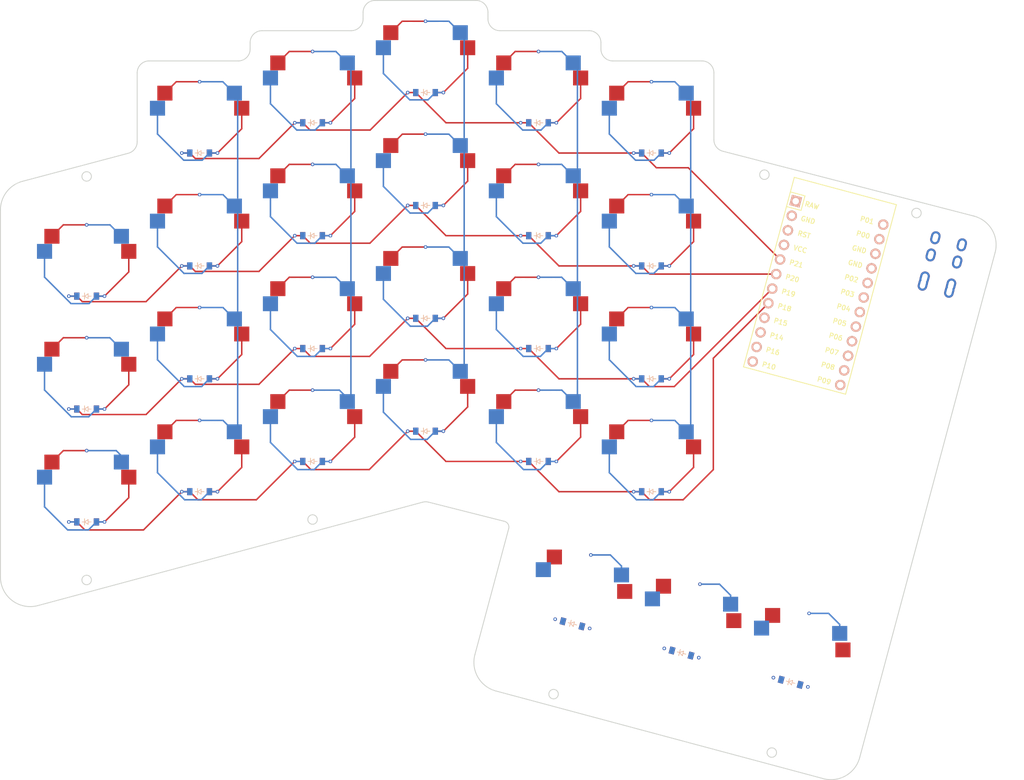
<source format=kicad_pcb>
(kicad_pcb (version 20211014) (generator pcbnew)
  (title_block (title "chevron-split") (rev "v1.0.0") (company "Unknown"))
  (layers (0 "F.Cu" signal) (31 "B.Cu" signal) (34 "B.Paste" user) (35 "F.Paste" user) (36 "B.SilkS" user "B.Silkscreen") (37 "F.SilkS" user "F.Silkscreen") (38 "B.Mask" user) (39 "F.Mask" user) (44 "Edge.Cuts" user))
  (net 0 "")
  (net 1 "outer_lower")
  (net 2 "P4")
  (net 3 "P18")
  (net 4 "outer_home")
  (net 5 "P19")
  (net 6 "outer_upper")
  (net 7 "P20")
  (net 8 "pinky_lower")
  (net 9 "pinky_home")
  (net 10 "pinky_upper")
  (net 11 "pinky_number")
  (net 12 "P21")
  (net 13 "ring_lower")
  (net 14 "P5")
  (net 15 "ring_home")
  (net 16 "ring_upper")
  (net 17 "ring_number")
  (net 18 "middle_lower")
  (net 19 "P6")
  (net 20 "middle_home")
  (net 21 "middle_upper")
  (net 22 "middle_number")
  (net 23 "index_lower")
  (net 24 "P7")
  (net 25 "index_home")
  (net 26 "index_upper")
  (net 27 "index_number")
  (net 28 "inner_lower")
  (net 29 "P8")
  (net 30 "inner_home")
  (net 31 "inner_upper")
  (net 32 "inner_number")
  (net 33 "near_thumb")
  (net 34 "P9")
  (net 35 "home_thumb")
  (net 36 "far_thumb")
  (net 37 "RAW")
  (net 38 "GND")
  (net 39 "RST")
  (net 40 "VCC")
  (net 41 "P15")
  (net 42 "P14")
  (net 43 "P16")
  (net 44 "P10")
  (net 45 "P1")
  (net 46 "P0")
  (net 47 "P2")
  (net 48 "P3")
  (footprint "VIA-0.6mm" (layer "F.Cu") (at 76 -55.1802)
    (fp_text reference "REF**" hide)
    (fp_text value "VIA-0.6mm" hide)
  )
  (footprint "VIA-0.6mm" (layer "F.Cu") (at 92 -0.0901)
    (fp_text reference "REF**" hide)
    (fp_text value "VIA-0.6mm" hide)
  )
  (footprint "VIA-0.6mm" (layer "F.Cu") (at 121.308864 32.76101 -15)
    (fp_text reference "REF**" hide)
    (fp_text value "VIA-0.6mm" hide)
  )
  (footprint "VIA-0.6mm" (layer "F.Cu") (at 16 -38.0901)
    (fp_text reference "REF**" hide)
    (fp_text value "VIA-0.6mm" hide)
  )
  (footprint "VIA-0.6mm" (layer "F.Cu") (at 121.516915 20.393443 -15)
    (fp_text reference "REF**" hide)
    (fp_text value "VIA-0.6mm" hide)
  )
  (footprint "VIA-0.6mm" (layer "F.Cu") (at 19 -69.0901)
    (fp_text reference "REF**" hide)
    (fp_text value "VIA-0.6mm" hide)
  )
  (footprint "ComboDiode" (layer "F.Cu") (at 38 -5.1802)
    (fp_text reference "D8" hide)
    (fp_text value "" hide)
  )
  (footprint "VIA-0.6mm" (layer "F.Cu") (at 38 -55.1802)
    (fp_text reference "REF**" hide)
    (fp_text value "VIA-0.6mm" hide)
  )
  (footprint "MX" (layer "F.Cu") (at 95 -62.0901)
    (fp_text reference "S23" hide)
    (fp_text value "" hide)
  )
  (footprint "MX" (layer "F.Cu") (at 57 -72.2703)
    (fp_text reference "S15" hide)
    (fp_text value "" hide)
  )
  (footprint "VIA-0.6mm" (layer "F.Cu") (at 3 -14)
    (fp_text reference "REF**" hide)
    (fp_text value "VIA-0.6mm" hide)
  )
  (footprint "VIA-0.6mm" (layer "F.Cu") (at 0 -26)
    (fp_text reference "REF**" hide)
    (fp_text value "VIA-0.6mm" hide)
  )
  (footprint "VIA-0.6mm" (layer "F.Cu") (at 54 -48.2703)
    (fp_text reference "REF**" hide)
    (fp_text value "VIA-0.6mm" hide)
  )
  (footprint "ComboDiode" (layer "F.Cu") (at 95 -19.0901)
    (fp_text reference "D21" hide)
    (fp_text value "" hide)
  )
  (footprint "VIA-0.6mm" (layer "F.Cu") (at 84.603682 22.925886 -15)
    (fp_text reference "REF**" hide)
    (fp_text value "VIA-0.6mm" hide)
  )
  (footprint "VIA-0.6mm" (layer "F.Cu") (at 19 -31.0901)
    (fp_text reference "REF**" hide)
    (fp_text value "VIA-0.6mm" hide)
  )
  (footprint "ComboDiode" (layer "F.Cu") (at 118.411086 31.984553 -15)
    (fp_text reference "D26" hide)
    (fp_text value "" hide)
  )
  (footprint "VIA-0.6mm" (layer "F.Cu") (at 3 -33)
    (fp_text reference "REF**" hide)
    (fp_text value "VIA-0.6mm" hide)
  )
  (footprint "MX" (layer "F.Cu") (at 19 -62.0901)
    (fp_text reference "S7" hide)
    (fp_text value "" hide)
  )
  (footprint "ComboDiode" (layer "F.Cu") (at 57 -10.2703)
    (fp_text reference "D12" hide)
    (fp_text value "" hide)
  )
  (footprint "ComboDiode" (layer "F.Cu") (at 19 -0.0901)
    (fp_text reference "D4" hide)
    (fp_text value "" hide)
  )
  (footprint "VIA-0.6mm" (layer "F.Cu") (at 35 -5.1802)
    (fp_text reference "REF**" hide)
    (fp_text value "VIA-0.6mm" hide)
  )
  (footprint "MX" (layer "F.Cu") (at 19 -5.0901)
    (fp_text reference "S4" hide)
    (fp_text value "" hide)
  )
  (footprint "VIA-0.6mm" (layer "F.Cu") (at 57 -41.2703)
    (fp_text reference "REF**" hide)
    (fp_text value "VIA-0.6mm" hide)
  )
  (footprint "VIA-0.6mm" (layer "F.Cu") (at 22 -38.0901)
    (fp_text reference "REF**" hide)
    (fp_text value "VIA-0.6mm" hide)
  )
  (footprint "VIA-0.6mm" (layer "F.Cu") (at 79 -43.1802)
    (fp_text reference "REF**" hide)
    (fp_text value "VIA-0.6mm" hide)
  )
  (footprint "ComboDiode" (layer "F.Cu") (at 95 -38.0901)
    (fp_text reference "D22" hide)
    (fp_text value "" hide)
  )
  (footprint "ComboDiode" (layer "F.Cu") (at 95 -0.0901)
    (fp_text reference "D20" hide)
    (fp_text value "" hide)
  )
  (footprint "MX" (layer "F.Cu") (at 57 -53.2703)
    (fp_text reference "S14" hide)
    (fp_text value "" hide)
  )
  (footprint "VIA-0.6mm" (layer "F.Cu") (at 97.160718 26.290534 -15)
    (fp_text reference "REF**" hide)
    (fp_text value "VIA-0.6mm" hide)
  )
  (footprint "VIA-0.6mm" (layer "F.Cu") (at 35 -62.1802)
    (fp_text reference "REF**" hide)
    (fp_text value "VIA-0.6mm" hide)
  )
  (footprint "VIA-0.6mm" (layer "F.Cu") (at 79 -24.1802)
    (fp_text reference "REF**" hide)
    (fp_text value "VIA-0.6mm" hide)
  )
  (footprint "MX" (layer "F.Cu") (at 76 -29.1802)
    (fp_text reference "S17" hide)
    (fp_text value "" hide)
  )
  (footprint "MX" (layer "F.Cu") (at 19 -43.0901)
    (fp_text reference "S6" hide)
    (fp_text value "" hide)
  )
  (footprint "VIA-0.6mm" (layer "F.Cu") (at 76 -74.1802)
    (fp_text reference "REF**" hide)
    (fp_text value "VIA-0.6mm" hide)
  )
  (footprint "ComboDiode" (layer "F.Cu") (at 100.058496 27.066991 -15)
    (fp_text reference "D25" hide)
    (fp_text value "" hide)
  )
  (footprint "VIA-0.6mm" (layer "F.Cu") (at 60 -48.2703)
    (fp_text reference "REF**" hide)
    (fp_text value "VIA-0.6mm" hide)
  )
  (footprint "VIA-0.6mm" (layer "F.Cu") (at 73 -43.1802)
    (fp_text reference "REF**" hide)
    (fp_text value "VIA-0.6mm" hide)
  )
  (footprint "VIA-0.6mm" (layer "F.Cu") (at 92 -38.0901)
    (fp_text reference "REF**" hide)
    (fp_text value "VIA-0.6mm" hide)
  )
  (footprint "ComboDiode" (layer "F.Cu") (at 76 -5.1802)
    (fp_text reference "D16" hide)
    (fp_text value "" hide)
  )
  (footprint "VIA-0.6mm" (layer "F.Cu") (at 60 -10.2703)
    (fp_text reference "REF**" hide)
    (fp_text value "VIA-0.6mm" hide)
  )
  (footprint "VIA-0.6mm" (layer "F.Cu") (at 60 -67.2703)
    (fp_text reference "REF**" hide)
    (fp_text value "VIA-0.6mm" hide)
  )
  (footprint "VIA-0.6mm" (layer "F.Cu") (at 22 -0.0901)
    (fp_text reference "REF**" hide)
    (fp_text value "VIA-0.6mm" hide)
  )
  (footprint "VIA-0.6mm" (layer "F.Cu") (at 57 -79.2703)
    (fp_text reference "REF**" hide)
    (fp_text value "VIA-0.6mm" hide)
  )
  (footprint "MX" (layer "F.Cu") (at 76 -48.1802)
    (fp_text reference "S18" hide)
    (fp_text value "" hide)
  )
  (footprint "TRRS-PJ-320A-dual" (layer "F.Cu") (at 148.02538 -44.730092 -15)
    (fp_text reference "REF**")
    (fp_text value "TRRS-PJ-320A-dual")
  )
  (footprint "VIA-0.6mm" (layer "F.Cu") (at 98 -38.0901)
    (fp_text reference "REF**" hide)
    (fp_text value "VIA-0.6mm" hide)
  )
  (footprint "ComboDiode" (layer "F.Cu") (at 95 -57.0901)
    (fp_text reference "D23" hide)
    (fp_text value "" hide)
  )
  (footprint "ProMicro" (layer "F.Cu") (at 123.011192 -33.518205 -105)
    (fp_text reference "MCU1" hide)
    (fp_text value "" hide)
  )
  (footprint "ComboDiode" (layer "F.Cu") (at 76 -24.1802)
    (fp_text reference "D17" hide)
    (fp_text value "" hide)
  )
  (footprint "VIA-0.6mm" (layer "F.Cu") (at 92 -57.0901)
    (fp_text reference "REF**" hide)
    (fp_text value "VIA-0.6mm" hide)
  )
  (footprint "VIA-0.6mm" (layer "F.Cu") (at -3 -33)
    (fp_text reference "REF**" hide)
    (fp_text value "VIA-0.6mm" hide)
  )
  (footprint "ComboDiode" (layer "F.Cu") (at 57 -48.2703)
    (fp_text reference "D14" hide)
    (fp_text value "" hide)
  )
  (footprint "ComboDiode" (layer "F.Cu") (at 76 -43.1802)
    (fp_text reference "D18" hide)
    (fp_text value "" hide)
  )
  (footprint "MX" (layer "F.Cu") (at 0 0)
    (fp_text reference "S1" hide)
    (fp_text value "" hide)
  )
  (footprint "ComboDiode" (layer "F.Cu") (at 57 -29.2703)
    (fp_text reference "D13" hide)
    (fp_text value "" hide)
  )
  (footprint "MX" (layer "F.Cu") (at 95 -5.0901)
    (fp_text reference "S20" hide)
    (fp_text value "" hide)
  )
  (footprint "MX" (layer "F.Cu") (at 101.352591 22.237362 -15)
    (fp_text reference "S25" hide)
    (fp_text value "" hide)
  )
  (footprint "VIA-0.6mm" (layer "F.Cu") (at 41 -24.1802)
    (fp_text reference "REF**" hide)
    (fp_text value "VIA-0.6mm" hide)
  )
  (footprint "MX" (layer "F.Cu") (at 19 -24.0901)
    (fp_text reference "S5" hide)
    (fp_text value "" hide)
  )
  (footprint "ComboDiode" (layer "F.Cu") (at 0 -33)
    (fp_text reference "D3" hide)
    (fp_text value "" hide)
  )
  (footprint "VIA-0.6mm" (layer "F.Cu") (at 0 -45)
    (fp_text reference "REF**" hide)
    (fp_text value "VIA-0.6mm" hide)
  )
  (footprint "VIA-0.6mm" (layer "F.Cu") (at 0 -7)
    (fp_text reference "REF**" hide)
    (fp_text value "VIA-0.6mm" hide)
  )
  (footprint "VIA-0.6mm" (layer "F.Cu") (at 38 -36.1802)
    (fp_text reference "REF**" hide)
    (fp_text value "VIA-0.6mm" hide)
  )
  (footprint "MX" (layer "F.Cu") (at 57 -15.2703)
    (fp_text reference "S12" hide)
    (fp_text value "" hide)
  )
  (footprint "VIA-0.6mm" (layer "F.Cu") (at 73 -24.1802)
    (fp_text reference "REF**" hide)
    (fp_text value "VIA-0.6mm" hide)
  )
  (footprint "MX" (layer "F.Cu") (at 38 -48.1802)
    (fp_text reference "S10" hide)
    (fp_text value "" hide)
  )
  (footprint "VIA-0.6mm" (layer "F.Cu") (at 35 -24.1802)
    (fp_text reference "REF**" hide)
    (fp_text value "VIA-0.6mm" hide)
  )
  (footprint "VIA-0.6mm" (layer "F.Cu") (at 35 -43.1802)
    (fp_text reference "REF**" hide)
    (fp_text value "VIA-0.6mm" hide)
  )
  (footprint "MX" (layer "F.Cu") (at 38 -29.1802)
    (fp_text reference "S9" hide)
    (fp_text value "" hide)
  )
  (footprint "VIA-0.6mm" (layer "F.Cu") (at 3 5)
    (fp_text reference "REF**" hide)
    (fp_text value "VIA-0.6mm" hide)
  )
  (footprint "VIA-0.6mm" (layer "F.Cu") (at 38 -17.1802)
    (fp_text reference "REF**" hide)
    (fp_text value "VIA-0.6mm" hide)
  )
  (footprint "VIA-0.6mm" (layer "F.Cu") (at 73 -5.1802)
    (fp_text reference "REF**" hide)
    (fp_text value "VIA-0.6mm" hide)
  )
  (footprint "VIA-0.6mm" (layer "F.Cu") (at 22 -57.0901)
    (fp_text reference "REF**" hide)
    (fp_text value "VIA-0.6mm" hide)
  )
  (footprint "ComboDiode" (layer "F.Cu") (at 19 -57.0901)
    (fp_text reference "D7" hide)
    (fp_text value "" hide)
  )
  (footprint "ComboDiode" (layer "F.Cu") (at 38 -43.1802)
    (fp_text reference "D10" hide)
    (fp_text value "" hide)
  )
  (footprint "MX" (layer "F.Cu") (at 76 -10.1802)
    (fp_text reference "S16" hide)
    (fp_text value "" hide)
  )
  (footprint "VIA-0.6mm" (layer "F.Cu") (at 98 -19.0901)
    (fp_text reference "REF**" hide)
    (fp_text value "VIA-0.6mm" hide)
  )
  (footprint "VIA-0.6mm" (layer "F.Cu") (at 102.956273 27.843448 -15)
    (fp_text reference "REF**" hide)
    (fp_text value "VIA-0.6mm" hide)
  )
  (footprint "VIA-0.6mm" (layer "F.Cu") (at 16 -57.0901)
    (fp_text reference "REF**" hide)
    (fp_text value "VIA-0.6mm" hide)
  )
  (footprint "VIA-0.6mm" (layer "F.Cu") (at -3 5)
    (fp_text reference "REF**" hide)
    (fp_text value "VIA-0.6mm" hide)
  )
  (footprint "MX" (layer "F.Cu") (at 0 -38)
    (fp_text reference "S3" hide)
    (fp_text value "" hide)
  )
  (footprint "VIA-0.6mm" (layer "F.Cu") (at 98 -0.0901)
    (fp_text reference "REF**" hide)
    (fp_text value "VIA-0.6mm" hide)
  )
  (footprint "VIA-0.6mm" (layer "F.Cu") (at 95 -50.0901)
    (fp_text reference "REF**" hide)
    (fp_text value "VIA-0.6mm" hide)
  )
  (footprint "VIA-0.6mm" (layer "F.Cu") (at 103.164324 15.475881 -15)
    (fp_text reference "REF**" hide)
    (fp_text value "VIA-0.6mm" hide)
  )
  (footprint "MX" (layer "F.Cu") (at 95 -43.0901)
    (fp_text reference "S22" hide)
    (fp_text value "" hide)
  )
  (footprint "VIA-0.6mm" (layer "F.Cu") (at 41 -43.1802)
    (fp_text reference "REF**" hide)
    (fp_text value "VIA-0.6mm" hide)
  )
  (footprint "ComboDiode" (layer "F.Cu") (at 19 -38.0901)
    (fp_text reference "D6" hide)
    (fp_text value "" hide)
  )
  (footprint "ComboDiode" (layer "F.Cu") (at 0 -14)
    (fp_text reference "D2" hide)
    (fp_text value "" hide)
  )
  (footprint "VIA-0.6mm" (layer "F.Cu") (at 57 -22.2703)
    (fp_text reference "REF**" hide)
    (fp_text value "VIA-0.6mm" hide)
  )
  (footprint "MX" (layer "F.Cu") (at 38 -10.1802)
    (fp_text reference "S8" hide)
    (fp_text value "" hide)
  )
  (footprint "VIA-0.6mm" (layer "F.Cu") (at 19 -12.0901)
    (fp_text reference "REF**" hide)
    (fp_text value "VIA-0.6mm" hide)
  )
  (footprint "VIA-0.6mm" (layer "F.Cu") (at 38 -74.1802)
    (fp_text reference "REF**" hide)
    (fp_text value "VIA-0.6mm" hide)
  )
  (footprint "ComboDiode" (layer "F.Cu") (at 19 -19.0901)
    (fp_text reference "D5" hide)
    (fp_text value "" hide)
  )
  (footprint "VIA-0.6mm" (layer "F.Cu") (at 54 -10.2703)
    (fp_text reference "REF**" hide)
    (fp_text value "VIA-0.6mm" hide)
  )
  (footprint "VIA-0.6mm" (layer "F.Cu") (at 57 -60.2703)
    (fp_text reference "REF**" hide)
    (fp_text value "VIA-0.6mm" hide)
  )
  (footprint "VIA-0.6mm" (layer "F.Cu") (at -3 -14)
    (fp_text reference "REF**" hide)
    (fp_text value "VIA-0.6mm" hide)
  )
  (footprint "VIA-0.6mm" (layer "F.Cu") (at 54 -67.2703)
    (fp_text reference "REF**" hide)
    (fp_text value "VIA-0.6mm" hide)
  )
  (footprint "VIA-0.6mm" (layer "F.Cu") (at 60 -29.2703)
    (fp_text reference "REF**" hide)
    (fp_text value "VIA-0.6mm" hide)
  )
  (footprint "VIA-0.6mm" (layer "F.Cu") (at 76 -36.1802)
    (fp_text reference "REF**" hide)
    (fp_text value "VIA-0.6mm" hide)
  )
  (footprint "VIA-0.6mm" (layer "F.Cu") (at 115.513309 31.208096 -15)
    (fp_text reference "REF**" hide)
    (fp_text value "VIA-0.6mm" hide)
  )
  (footprint "VIA-0.6mm" (layer "F.Cu") (at 19 -50.0901)
    (fp_text reference "REF**" hide)
    (fp_text value "VIA-0.6mm" hide)
  )
  (footprint "MX" (layer "F.Cu") (at 119.705181 27.154924 -15)
    (fp_text reference "S26" hide)
    (fp_text value "" hide)
  )
  (footprint "VIA-0.6mm" (layer "F.Cu") (at 92 -19.0901)
    (fp_text reference "REF**" hide)
    (fp_text value "VIA-0.6mm" hide)
  )
  (footprint "VIA-0.6mm" (layer "F.Cu") (at 79 -62.1802)
    (fp_text reference "REF**" hide)
    (fp_text value "VIA-0.6mm" hide)
  )
  (footprint "VIA-0.6mm" (layer "F.Cu") (at 76 -17.1802)
    (fp_text reference "REF**" hide)
    (fp_text value "VIA-0.6mm" hide)
  )
  (footprint "MX" (layer "F.Cu") (at 95 -24.0901)
    (fp_text reference "S21" hide)
    (fp_text value "" hide)
  )
  (footprint "VIA-0.6mm" (layer "F.Cu") (at 73 -62.1802)
    (fp_text reference "REF**" hide)
    (fp_text value "VIA-0.6mm" hide)
  )
  (footprint "VIA-0.6mm" (layer "F.Cu") (at 95 -31.0901)
    (fp_text reference "REF**" hide)
    (fp_text value "VIA-0.6mm" hide)
  )
  (footprint "MX" (layer "F.Cu") (at 57 -34.2703)
    (fp_text reference "S13" hide)
    (fp_text value "" hide)
  )
  (footprint "VIA-0.6mm" (layer "F.Cu") (at 22 -19.0901)
    (fp_text reference "REF**" hide)
    (fp_text value "VIA-0.6mm" hide)
  )
  (footprint "VIA-0.6mm" (layer "F.Cu") (at 79 -5.1802)
    (fp_text reference "REF**" hide)
    (fp_text value "VIA-0.6mm" hide)
  )
  (footprint "ComboDiode" (layer "F.Cu") (at 38 -24.1802)
    (fp_text reference "D9" hide)
    (fp_text value "" hide)
  )
  (footprint "MX" (layer "F.Cu") (at 83 17.3198 -15)
    (fp_text reference "S24" hide)
    (fp_text value "" hide)
  )
  (footprint "VIA-0.6mm" (layer "F.Cu") (at 98 -57.0901)
    (fp_text reference "REF**" hide)
    (fp_text value "VIA-0.6mm" hide)
  )
  (footprint "VIA-0.6mm" (layer "F.Cu") (at 41 -5.1802)
    (fp_text reference "REF**" hide)
    (fp_text value "VIA-0.6mm" hide)
  )
  (footprint "ComboDiode" (layer "F.Cu") (at 38 -62.1802)
    (fp_text reference "D11" hide)
    (fp_text value "" hide)
  )
  (footprint "VIA-0.6mm" (layer "F.Cu") (at 95 -69.0901)
    (fp_text reference "REF**" hide)
    (fp_text value "VIA-0.6mm" hide)
  )
  (footprint "ComboDiode" (layer "F.Cu") (at 0 5)
    (fp_text reference "D1" hide)
    (fp_text value "" hide)
  )
  (footprint "MX" (layer "F.Cu") (at 76 -67.1802)
    (fp_text reference "S19" hide)
    (fp_text value "" hide)
  )
  (footprint "MX" (layer "F.Cu") (at 0 -19)
    (fp_text reference "S2" hide)
    (fp_text value "" hide)
  )
  (footprint "ComboDiode" (layer "F.Cu") (at 57 -67.2703)
    (fp_text reference "D15" hide)
    (fp_text value "" hide)
  )
  (footprint "VIA-0.6mm" (layer "F.Cu") (at 84.811733 10.558319 -15)
    (fp_text reference "REF**" hide)
    (fp_text value "VIA-0.6mm" hide)
  )
  (footprint "ComboDiode" (layer "F.Cu") (at 76 -62.1802)
    (fp_text reference "D19" hide)
    (fp_text value "" hide)
  )
  (footprint "VIA-0.6mm" (layer "F.Cu") (at 16 -19.0901)
    (fp_text reference "REF**" hide)
    (fp_text value "VIA-0.6mm" hide)
  )
  (footprint "VIA-0.6mm" (layer "F.Cu") (at 78.808127 21.372972 -15)
    (fp_text reference "REF**" hide)
    (fp_text value "VIA-0.6mm" hide)
  )
  (footprint "ComboDiode" (layer "F.Cu") (at 81.705905 22.149429 -15)
    (fp_text reference "D24" hide)
    (fp_text value "" hide)
  )
  (footprint "VIA-0.6mm" (layer "F.Cu") (at 41 -62.1802)
    (fp_text reference "REF**" hide)
    (fp_text value "VIA-0.6mm" hide)
  )
  (footprint "VIA-0.6mm" (layer "F.Cu") (at 16 -0.0901)
    (fp_text reference "REF**" hide)
    (fp_text value "VIA-0.6mm" hide)
  )
  (footprint "VIA-0.6mm" (layer "F.Cu") (at 95 -12.0901)
    (fp_text reference "REF**" hide)
    (fp_text value "VIA-0.6mm" hide)
  )
  (footprint "MX" (layer "F.Cu") (at 38 -67.1802)
    (fp_text reference "S11" hide)
    (fp_text value "" hide)
  )
  (footprint "VIA-0.6mm" (layer "F.Cu") (at 54 -29.2703)
    (fp_text reference "REF**" hide)
    (fp_text value "VIA-0.6mm" hide)
  )
  (gr_line (start 84.5 -77.6802) (end 69.5 -77.6802) (layer "Edge.Cuts") (width 0.15))
  (gr_line (start 65.305904 27.331367) (end 70.986982 6.129295) (layer "Edge.Cuts") (width 0.15))
  (gr_arc (start 88.5 -72.5901) (mid 87.085786 -73.175886) (end 86.5 -74.5901) (layer "Edge.Cuts") (width 0.15))
  (gr_arc (start 149.181545 -46.490036) (mid 149.224553 -46.479124) (end 149.267462 -46.46783) (layer "Edge.Cuts") (width 0.15))
  (gr_circle (center 115.240553 43.817144) (end 116.040553 43.817144) (layer "Edge.Cuts") (width 0.15) (fill none))
  (gr_arc (start 68.841438 33.455091) (mid 65.805406 31.125462) (end 65.305904 27.331367) (layer "Edge.Cuts") (width 0.15))
  (gr_circle (center 0 14.7727) (end 0.8 14.7727) (layer "Edge.Cuts") (width 0.15) (fill none))
  (gr_line (start 103.5 -72.5901) (end 88.5 -72.5901) (layer "Edge.Cuts") (width 0.15))
  (gr_line (start 27.5 -75.6802) (end 27.5 -74.5901) (layer "Edge.Cuts") (width 0.15))
  (gr_line (start 65.5 -82.7703) (end 48.5 -82.7703) (layer "Edge.Cuts") (width 0.15))
  (gr_arc (start 46.5 -79.6802) (mid 45.914214 -78.265986) (end 44.5 -77.6802) (layer "Edge.Cuts") (width 0.15))
  (gr_line (start 105.5 -59.328803) (end 105.5 -70.5901) (layer "Edge.Cuts") (width 0.15))
  (gr_arc (start -14.5 -47.5) (mid -13.450604 -50.564756) (end -10.742908 -52.343055) (layer "Edge.Cuts") (width 0.15))
  (gr_arc (start 27.5 -75.6802) (mid 28.085786 -77.094414) (end 29.5 -77.6802) (layer "Edge.Cuts") (width 0.15))
  (gr_arc (start 106.999525 -57.392434) (mid 105.918711 -58.104252) (end 105.5 -59.328803) (layer "Edge.Cuts") (width 0.15))
  (gr_arc (start 8.5 -58.986812) (mid 8.085201 -57.767329) (end 7.012861 -57.053687) (layer "Edge.Cuts") (width 0.15))
  (gr_arc (start 65.5 -82.7703) (mid 66.914214 -82.184514) (end 67.5 -80.7703) (layer "Edge.Cuts") (width 0.15))
  (gr_arc (start 130.022934 44.672243) (mid 127.693305 47.708275) (end 123.89921 48.207777) (layer "Edge.Cuts") (width 0.15))
  (gr_line (start 86.5 -74.5901) (end 86.5 -75.6802) (layer "Edge.Cuts") (width 0.15))
  (gr_circle (center 78.535372 33.982021) (end 79.335372 33.982021) (layer "Edge.Cuts") (width 0.15) (fill none))
  (gr_arc (start 69.5 -77.6802) (mid 68.085786 -78.265986) (end 67.5 -79.6802) (layer "Edge.Cuts") (width 0.15))
  (gr_circle (center 38 4.5925) (end 38.8 4.5925) (layer "Edge.Cuts") (width 0.15) (fill none))
  (gr_arc (start 8.5 -70.5901) (mid 9.085786 -72.004314) (end 10.5 -72.5901) (layer "Edge.Cuts") (width 0.15))
  (gr_arc (start 46.5 -80.7703) (mid 47.085786 -82.184514) (end 48.5 -82.7703) (layer "Edge.Cuts") (width 0.15))
  (gr_circle (center 114 -53.44275) (end 114.8 -53.44275) (layer "Edge.Cuts") (width 0.15) (fill none))
  (gr_line (start 152.802996 -40.344105) (end 130.022934 44.672243) (layer "Edge.Cuts") (width 0.15))
  (gr_line (start 70.252872 4.897716) (end 57.506022 1.671782) (layer "Edge.Cuts") (width 0.15))
  (gr_line (start 46.5 -80.7703) (end 46.5 -79.6802) (layer "Edge.Cuts") (width 0.15))
  (gr_line (start 44.5 -77.6802) (end 29.5 -77.6802) (layer "Edge.Cuts") (width 0.15))
  (gr_arc (start 103.5 -72.5901) (mid 104.914214 -72.004314) (end 105.5 -70.5901) (layer "Edge.Cuts") (width 0.15))
  (gr_line (start 106.999525 -57.392434) (end 149.181545 -46.490036) (layer "Edge.Cuts") (width 0.15))
  (gr_line (start 67.5 -79.6802) (end 67.5 -80.7703) (layer "Edge.Cuts") (width 0.15))
  (gr_arc (start 70.252872 4.897716) (mid 70.880034 5.358463) (end 70.986982 6.129295) (layer "Edge.Cuts") (width 0.15))
  (gr_circle (center 139.573529 -46.994759) (end 140.373529 -46.994759) (layer "Edge.Cuts") (width 0.15) (fill none))
  (gr_arc (start 56.495935 1.679277) (mid 57.000498 1.61071) (end 57.506022 1.671782) (layer "Edge.Cuts") (width 0.15))
  (gr_line (start 123.89921 48.207777) (end 68.841438 33.455091) (layer "Edge.Cuts") (width 0.15))
  (gr_arc (start 84.5 -77.6802) (mid 85.914214 -77.094414) (end 86.5 -75.6802) (layer "Edge.Cuts") (width 0.15))
  (gr_arc (start 27.5 -74.5901) (mid 26.914214 -73.175886) (end 25.5 -72.5901) (layer "Edge.Cuts") (width 0.15))
  (gr_arc (start -8.163944 19.06819) (mid -12.526526 18.229967) (end -14.5 14.25) (layer "Edge.Cuts") (width 0.15))
  (gr_circle (center 0 -53.150962) (end 0.8 -53.150962) (layer "Edge.Cuts") (width 0.15) (fill none))
  (gr_arc (start 149.267463 -46.46783) (mid 152.303494 -44.1382) (end 152.802996 -40.344105) (layer "Edge.Cuts") (width 0.15))
  (gr_line (start 8.5 -70.5901) (end 8.5 -58.986812) (layer "Edge.Cuts") (width 0.15))
  (gr_line (start 25.5 -72.5901) (end 10.5 -72.5901) (layer "Edge.Cuts") (width 0.15))
  (gr_line (start -14.5 14.25) (end -14.5 -47.5) (layer "Edge.Cuts") (width 0.15))
  (gr_line (start -10.742908 -52.343055) (end 7.012861 -57.053687) (layer "Edge.Cuts") (width 0.15))
  (gr_line (start 56.495934 1.679277) (end -8.163944 19.06819) (layer "Edge.Cuts") (width 0.15))
  (segment (start 1.65 5) (end 3 5) (width 0.25) (layer "F.Cu") (net 1))
  (segment (start 7.085 -2.54) (end 7.085 0.915) (width 0.25) (layer "F.Cu") (net 1))
  (segment (start 7.085 0.915) (end 3 5) (width 0.25) (layer "F.Cu") (net 1))
  (segment (start -7.085 -2.54) (end -7.085 2.456495) (width 0.25) (layer "B.Cu") (net 1))
  (segment (start -3.191495 6.35) (end 0.3 6.35) (width 0.25) (layer "B.Cu") (net 1))
  (segment (start 1.65 5) (end 3 5) (width 0.25) (layer "B.Cu") (net 1))
  (segment (start 0.3 6.35) (end 1.65 5) (width 0.25) (layer "B.Cu") (net 1))
  (segment (start -7.085 2.456495) (end -3.191495 6.35) (width 0.25) (layer "B.Cu") (net 1))
  (segment (start 15.078 -69.0901) (end 13.158 -67.1701) (width 0.25) (layer "F.Cu") (net 2))
  (segment (start 0 -45) (end -3.922 -45) (width 0.25) (layer "F.Cu") (net 2))
  (segment (start 15.078 -31.0901) (end 13.158 -29.1701) (width 0.25) (layer "F.Cu") (net 2))
  (segment (start 19 -31.0901) (end 15.078 -31.0901) (width 0.25) (layer "F.Cu") (net 2))
  (segment (start 15.078 -50.0901) (end 13.158 -48.1701) (width 0.25) (layer "F.Cu") (net 2))
  (segment (start 0 -7) (end -3.922 -7) (width 0.25) (layer "F.Cu") (net 2))
  (segment (start 19 -50.0901) (end 15.078 -50.0901) (width 0.25) (layer "F.Cu") (net 2))
  (segment (start -3.922 -7) (end -5.842 -5.08) (width 0.25) (layer "F.Cu") (net 2))
  (segment (start 19 -12.0901) (end 15.078 -12.0901) (width 0.25) (layer "F.Cu") (net 2))
  (segment (start -3.922 -45) (end -5.842 -43.08) (width 0.25) (layer "F.Cu") (net 2))
  (segment (start 0 -26) (end -3.922 -26) (width 0.25) (layer "F.Cu") (net 2))
  (segment (start 15.078 -12.0901) (end 13.158 -10.1701) (width 0.25) (layer "F.Cu") (net 2))
  (segment (start -3.922 -26) (end -5.842 -24.08) (width 0.25) (layer "F.Cu") (net 2))
  (segment (start 19 -69.0901) (end 15.078 -69.0901) (width 0.25) (layer "F.Cu") (net 2))
  (segment (start 22.922 -31.0901) (end 19 -31.0901) (width 0.25) (layer "B.Cu") (net 2))
  (segment (start 24.842 -29.1701) (end 22.922 -31.0901) (width 0.25) (layer "B.Cu") (net 2))
  (segment (start 25.4 -47.6121) (end 25.4 -30.48) (width 0.25) (layer "B.Cu") (net 2))
  (segment (start 5.842 -24.08) (end 5.817 -24.08) (width 0.25) (layer "B.Cu") (net 2))
  (segment (start 3.897 -26) (end 0 -26) (width 0.25) (layer "B.Cu") (net 2))
  (segment (start 4.975003 -7) (end 0 -7) (width 0.25) (layer "B.Cu") (net 2))
  (segment (start 5.842 -6.133003) (end 4.975003 -7) (width 0.25) (layer "B.Cu") (net 2))
  (segment (start 24.842 -48.1701) (end 22.922 -50.0901) (width 0.25) (layer "B.Cu") (net 2))
  (segment (start 5.817 -24.08) (end 3.897 -26) (width 0.25) (layer "B.Cu") (net 2))
  (segment (start 24.842 -10.1701) (end 22.922 -12.0901) (width 0.25) (layer "B.Cu") (net 2))
  (segment (start 24.817 -67.1701) (end 22.897 -69.0901) (width 0.25) (layer "B.Cu") (net 2))
  (segment (start 22.897 -69.0901) (end 19 -69.0901) (width 0.25) (layer "B.Cu") (net 2))
  (segment (start 24.842 -29.1701) (end 25.4 -28.6121) (width 0.25) (layer "B.Cu") (net 2))
  (segment (start 22.922 -12.0901) (end 19 -12.0901) (width 0.25) (layer "B.Cu") (net 2))
  (segment (start 3.922 -45) (end 0 -45) (width 0.25) (layer "B.Cu") (net 2))
  (segment (start 24.842 -67.1701) (end 25.4 -66.6121) (width 0.25) (layer "B.Cu") (net 2))
  (segment (start 5.842 -5.08) (end 5.842 -6.133003) (width 0.25) (layer "B.Cu") (net 2))
  (segment (start 5.842 -43.08) (end 3.922 -45) (width 0.25) (layer "B.Cu") (net 2))
  (segment (start 25.4 -66.6121) (end 25.4 -49.53) (width 0.25) (layer "B.Cu") (net 2))
  (segment (start 24.842 -67.1701) (end 24.817 -67.1701) (width 0.25) (layer "B.Cu") (net 2))
  (segment (start 25.4 -28.6121) (end 25.4 -11.43) (width 0.25) (layer "B.Cu") (net 2))
  (segment (start 22.922 -50.0901) (end 19 -50.0901) (width 0.25) (layer "B.Cu") (net 2))
  (segment (start 24.842 -48.1701) (end 25.4 -47.6121) (width 0.25) (layer "B.Cu") (net 2))
  (segment (start 55.35 -10.2703) (end 54 -10.2703) (width 0.25) (layer "F.Cu") (net 3))
  (segment (start 105.41 -22.555492) (end 105.41 -3.81) (width 0.25) (layer "F.Cu") (net 3))
  (segment (start 93.35 -0.0901) (end 92 -0.0901) (width 0.25) (layer "F.Cu") (net 3))
  (segment (start 16 -0.0901) (end 17.35 -0.0901) (width 0.25) (layer "F.Cu") (net 3))
  (segment (start 36.35 -5.1802) (end 37.7202 -3.81) (width 0.25) (layer "F.Cu") (net 3))
  (segment (start 37.7202 -3.81) (end 47.5397 -3.81) (width 0.25) (layer "F.Cu") (net 3))
  (segment (start 47.5397 -3.81) (end 54 -10.2703) (width 0.25) (layer "F.Cu") (net 3))
  (segment (start 60.4401 -5.1802) (end 55.35 -10.2703) (width 0.25) (layer "F.Cu") (net 3))
  (segment (start 100.33 1.27) (end 94.7101 1.27) (width 0.25) (layer "F.Cu") (net 3))
  (segment (start 114.664737 -31.810229) (end 105.41 -22.555492) (width 0.25) (layer "F.Cu") (net 3))
  (segment (start 17.35 -0.0901) (end 18.7101 1.27) (width 0.25) (layer "F.Cu") (net 3))
  (segment (start 35 -5.1802) (end 36.35 -5.1802) (width 0.25) (layer "F.Cu") (net 3))
  (segment (start 79.4401 -0.0901) (end 74.35 -5.1802) (width 0.25) (layer "F.Cu") (net 3))
  (segment (start 105.41 -3.81) (end 100.33 1.27) (width 0.25) (layer "F.Cu") (net 3))
  (segment (start 18.7101 1.27) (end 28.5498 1.27) (width 0.25) (layer "F.Cu") (net 3))
  (segment (start 94.7101 1.27) (end 93.35 -0.0901) (width 0.25) (layer "F.Cu") (net 3))
  (segment (start 9.5599 6.35) (end 16 -0.0901) (width 0.25) (layer "F.Cu") (net 3))
  (segment (start 28.5498 1.27) (end 35 -5.1802) (width 0.25) (layer "F.Cu") (net 3))
  (segment (start -3 5) (end -1.65 5) (width 0.25) (layer "F.Cu") (net 3))
  (segment (start 92 -0.0901) (end 79.4401 -0.0901) (width 0.25) (layer "F.Cu") (net 3))
  (segment (start 74.35 -5.1802) (end 73 -5.1802) (width 0.25) (layer "F.Cu") (net 3))
  (segment (start -1.65 5) (end -0.3 6.35) (width 0.25) (layer "F.Cu") (net 3))
  (segment (start 73 -5.1802) (end 60.4401 -5.1802) (width 0.25) (layer "F.Cu") (net 3))
  (segment (start -0.3 6.35) (end 9.5599 6.35) (width 0.25) (layer "F.Cu") (net 3))
  (segment (start -3 5) (end -1.65 5) (width 0.25) (layer "B.Cu") (net 3))
  (segment (start 17.35 -0.0901) (end 16 -0.0901) (width 0.25) (layer "B.Cu") (net 3))
  (segment (start 36.35 -5.1802) (end 35 -5.1802) (width 0.25) (layer "B.Cu") (net 3))
  (segment (start 93.35 -0.0901) (end 92 -0.0901) (width 0.25) (layer "B.Cu") (net 3))
  (segment (start 1.65 -14) (end 3 -14) (width 0.25) (layer "F.Cu") (net 4))
  (segment (start 7.085 -21.54) (end 7.085 -18.085) (width 0.25) (layer "F.Cu") (net 4))
  (segment (start 7.085 -18.085) (end 3 -14) (width 0.25) (layer "F.Cu") (net 4))
  (segment (start 1.65 -14) (end 3 -14) (width 0.25) (layer "B.Cu") (net 4))
  (segment (start -7.085 -17.201116) (end -2.583884 -12.7) (width 0.25) (layer "B.Cu") (net 4))
  (segment (start -7.085 -21.54) (end -7.085 -17.201116) (width 0.25) (layer "B.Cu") (net 4))
  (segment (start -2.583884 -12.7) (end 0.35 -12.7) (width 0.25) (layer "B.Cu") (net 4))
  (segment (start 0.35 -12.7) (end 1.65 -14) (width 0.25) (layer "B.Cu") (net 4))
  (segment (start 36.35 -24.1802) (end 35 -24.1802) (width 0.25) (layer "F.Cu") (net 5))
  (segment (start 47.5897 -22.86) (end 37.6702 -22.86) (width 0.25) (layer "F.Cu") (net 5))
  (segment (start 93.35 -19.0901) (end 92 -19.0901) (width 0.25) (layer "F.Cu") (net 5))
  (segment (start 16 -19.0901) (end 9.9849 -13.075) (width 0.25) (layer "F.Cu") (net 5))
  (segment (start 79.4401 -19.0901) (end 74.35 -24.1802) (width 0.25) (layer "F.Cu") (net 5))
  (segment (start 73 -24.1802) (end 74.35 -24.1802) (width 0.25) (layer "F.Cu") (net 5))
  (segment (start -1.65 -14) (end -3 -14) (width 0.25) (layer "F.Cu") (net 5))
  (segment (start 9.9849 -13.075) (end -0.725 -13.075) (width 0.25) (layer "F.Cu") (net 5))
  (segment (start 98.838457 -17.78) (end 94.6601 -17.78) (width 0.25) (layer "F.Cu") (net 5))
  (segment (start 18.275 -18.1651) (end 17.35 -19.0901) (width 0.25) (layer "F.Cu") (net 5))
  (segment (start 73 -24.1802) (end 60.4401 -24.1802) (width 0.25) (layer "F.Cu") (net 5))
  (segment (start 115.322137 -34.26368) (end 98.838457 -17.78) (width 0.25) (layer "F.Cu") (net 5))
  (segment (start 94.6601 -17.78) (end 93.35 -19.0901) (width 0.25) (layer "F.Cu") (net 5))
  (segment (start 92 -19.0901) (end 79.4401 -19.0901) (width 0.25) (layer "F.Cu") (net 5))
  (segment (start 54 -29.2703) (end 47.5897 -22.86) (width 0.25) (layer "F.Cu") (net 5))
  (segment (start 37.6702 -22.86) (end 36.35 -24.1802) (width 0.25) (layer "F.Cu") (net 5))
  (segment (start 17.35 -19.0901) (end 16 -19.0901) (width 0.25) (layer "F.Cu") (net 5))
  (segment (start 28.9849 -18.1651) (end 18.275 -18.1651) (width 0.25) (layer "F.Cu") (net 5))
  (segment (start 60.4401 -24.1802) (end 55.35 -29.2703) (width 0.25) (layer "F.Cu") (net 5))
  (segment (start 54 -29.2703) (end 55.35 -29.2703) (width 0.25) (layer "F.Cu") (net 5))
  (segment (start -0.725 -13.075) (end -1.65 -14) (width 0.25) (layer "F.Cu") (net 5))
  (segment (start 35 -24.1802) (end 28.9849 -18.1651) (width 0.25) (layer "F.Cu") (net 5))
  (segment (start -3 -14) (end -1.65 -14) (width 0.25) (layer "B.Cu") (net 5))
  (segment (start 93.35 -19.0901) (end 92 -19.0901) (width 0.25) (layer "B.Cu") (net 5))
  (segment (start 17.35 -19.0901) (end 16 -19.0901) (width 0.25) (layer "B.Cu") (net 5))
  (segment (start 7.085 -37.085) (end 3 -33) (width 0.25) (layer "F.Cu") (net 6))
  (segment (start 7.085 -40.54) (end 7.085 -37.085) (width 0.25) (layer "F.Cu") (net 6))
  (segment (start 3 -33) (end 1.65 -33) (width 0.25) (layer "F.Cu") (net 6))
  (segment (start 0.4 -31.75) (end 1.65 -33) (width 0.25) (layer "B.Cu") (net 6))
  (segment (start -7.085 -40.54) (end -7.085 -36.201116) (width 0.25) (layer "B.Cu") (net 6))
  (segment (start -2.633884 -31.75) (end 0.4 -31.75) (width 0.25) (layer "B.Cu") (net 6))
  (segment (start 1.65 -33) (end 3 -33) (width 0.25) (layer "B.Cu") (net 6))
  (segment (start -7.085 -36.201116) (end -2.633884 -31.75) (width 0.25) (layer "B.Cu") (net 6))
  (segment (start 36.35 -43.1802) (end 37.6202 -41.91) (width 0.25) (layer "F.Cu") (net 7))
  (segment (start 73 -43.1802) (end 60.4401 -43.1802) (width 0.25) (layer "F.Cu") (net 7))
  (segment (start 115.979537 -36.717132) (end 94.722968 -36.717132) (width 0.25) (layer "F.Cu") (net 7))
  (segment (start 92 -38.0901) (end 79.4401 -38.0901) (width 0.25) (layer "F.Cu") (net 7))
  (segment (start 28.9849 -37.1651) (end 18.275 -37.1651) (width 0.25) (layer "F.Cu") (net 7))
  (segment (start 36.35 -43.1802) (end 35 -43.1802) (width 0.25) (layer "F.Cu") (net 7))
  (segment (start 79.4401 -38.0901) (end 74.35 -43.1802) (width 0.25) (layer "F.Cu") (net 7))
  (segment (start 74.35 -43.1802) (end 73 -43.1802) (width 0.25) (layer "F.Cu") (net 7))
  (segment (start 17.35 -38.0901) (end 16 -38.0901) (width 0.25) (layer "F.Cu") (net 7))
  (segment (start 60.4401 -43.1802) (end 55.35 -48.2703) (width 0.25) (layer "F.Cu") (net 7))
  (segment (start 94.722968 -36.717132) (end 93.35 -38.0901) (width 0.25) (layer "F.Cu") (net 7))
  (segment (start 35 -43.1802) (end 28.9849 -37.1651) (width 0.25) (layer "F.Cu") (net 7))
  (segment (start 55.35 -48.2703) (end 54 -48.2703) (width 0.25) (layer "F.Cu") (net 7))
  (segment (start 47.6397 -41.91) (end 54 -48.2703) (width 0.25) (layer "F.Cu") (net 7))
  (segment (start 16 -38.0901) (end 9.9849 -32.075) (width 0.25) (layer "F.Cu") (net 7))
  (segment (start 9.9849 -32.075) (end -0.725 -32.075) (width 0.25) (layer "F.Cu") (net 7))
  (segment (start -0.725 -32.075) (end -1.65 -33) (width 0.25) (layer "F.Cu") (net 7))
  (segment (start -1.65 -33) (end -3 -33) (width 0.25) (layer "F.Cu") (net 7))
  (segment (start 93.35 -38.0901) (end 92 -38.0901) (width 0.25) (layer "F.Cu") (net 7))
  (segment (start 18.275 -37.1651) (end 17.35 -38.0901) (width 0.25) (layer "F.Cu") (net 7))
  (segment (start 37.6202 -41.91) (end 47.6397 -41.91) (width 0.25) (layer "F.Cu") (net 7))
  (segment (start 17.35 -38.0901) (end 16 -38.0901) (width 0.25) (layer "B.Cu") (net 7))
  (segment (start -3 -33) (end -1.65 -33) (width 0.25) (layer "B.Cu") (net 7))
  (segment (start 93.35 -38.0901) (end 92 -38.0901) (width 0.25) (layer "B.Cu") (net 7))
  (segment (start 26.085 -4.1751) (end 22 -0.0901) (width 0.25) (layer "F.Cu") (net 8))
  (segment (start 22 -0.0901) (end 20.65 -0.0901) (width 0.25) (layer "F.Cu") (net 8))
  (segment (start 26.085 -7.6301) (end 26.085 -4.1751) (width 0.25) (layer "F.Cu") (net 8))
  (segment (start 22 -0.0901) (end 20.65 -0.0901) (width 0.25) (layer "B.Cu") (net 8))
  (segment (start 11.915 -3.291216) (end 16.476216 1.27) (width 0.25) (layer "B.Cu") (net 8))
  (segment (start 11.915 -7.6301) (end 11.915 -3.291216) (width 0.25) (layer "B.Cu") (net 8))
  (segment (start 19.2899 1.27) (end 20.65 -0.0901) (width 0.25) (layer "B.Cu") (net 8))
  (segment (start 16.476216 1.27) (end 19.2899 1.27) (width 0.25) (layer "B.Cu") (net 8))
  (segment (start 20.65 -19.0901) (end 22 -19.0901) (width 0.25) (layer "F.Cu") (net 9))
  (segment (start 26.085 -23.1751) (end 22 -19.0901) (width 0.25) (layer "F.Cu") (net 9))
  (segment (start 26.085 -26.6301) (end 26.085 -23.1751) (width 0.25) (layer "F.Cu") (net 9))
  (segment (start 11.915 -26.6301) (end 11.915 -22.291216) (width 0.25) (layer "B.Cu") (net 9))
  (segment (start 16.426216 -17.78) (end 19.3399 -17.78) (width 0.25) (layer "B.Cu") (net 9))
  (segment (start 22 -19.0901) (end 20.65 -19.0901) (width 0.25) (layer "B.Cu") (net 9))
  (segment (start 19.3399 -17.78) (end 20.65 -19.0901) (width 0.25) (layer "B.Cu") (net 9))
  (segment (start 11.915 -22.291216) (end 16.426216 -17.78) (width 0.25) (layer "B.Cu") (net 9))
  (segment (start 26.085 -42.1751) (end 22 -38.0901) (width 0.25) (layer "F.Cu") (net 10))
  (segment (start 26.085 -45.6301) (end 26.085 -42.1751) (width 0.25) (layer "F.Cu") (net 10))
  (segment (start 22 -38.0901) (end 20.65 -38.0901) (width 0.25) (layer "F.Cu") (net 10))
  (segment (start 11.915 -41.291216) (end 16.376216 -36.83) (width 0.25) (layer "B.Cu") (net 10))
  (segment (start 16.376216 -36.83) (end 19.3899 -36.83) (width 0.25) (layer "B.Cu") (net 10))
  (segment (start 11.915 -45.6301) (end 11.915 -41.291216) (width 0.25) (layer "B.Cu") (net 10))
  (segment (start 19.3899 -36.83) (end 20.65 -38.0901) (width 0.25) (layer "B.Cu") (net 10))
  (segment (start 22 -38.0901) (end 20.65 -38.0901) (width 0.25) (layer "B.Cu") (net 10))
  (segment (start 26.085 -64.6301) (end 26.085 -61.1751) (width 0.25) (layer "F.Cu") (net 11))
  (segment (start 26.085 -61.1751) (end 22 -57.0901) (width 0.25) (layer "F.Cu") (net 11))
  (segment (start 22 -57.0901) (end 20.65 -57.0901) (width 0.25) (layer "F.Cu") (net 11))
  (segment (start 11.915 -64.6301) (end 11.915 -60.291216) (width 0.25) (layer "B.Cu") (net 11))
  (segment (start 16.326216 -55.88) (end 19.4399 -55.88) (width 0.25) (layer "B.Cu") (net 11))
  (segment (start 11.915 -60.291216) (end 16.326216 -55.88) (width 0.25) (layer "B.Cu") (net 11))
  (segment (start 19.4399 -55.88) (end 20.65 -57.0901) (width 0.25) (layer "B.Cu") (net 11))
  (segment (start 20.65 -57.0901) (end 22 -57.0901) (width 0.25) (layer "B.Cu") (net 11))
  (segment (start 17.35 -57.0901) (end 16 -57.0901) (width 0.25) (layer "F.Cu") (net 12))
  (segment (start 37.5702 -60.96) (end 36.35 -62.1802) (width 0.25) (layer "F.Cu") (net 12))
  (segment (start 73 -62.1802) (end 60.4401 -62.1802) (width 0.25) (layer "F.Cu") (net 12))
  (segment (start 74.35 -62.1802) (end 73 -62.1802) (width 0.25) (layer "F.Cu") (net 12))
  (segment (start 101.197522 -54.61) (end 95.8301 -54.61) (width 0.25) (layer "F.Cu") (net 12))
  (segment (start 18.275 -56.1651) (end 17.35 -57.0901) (width 0.25) (layer "F.Cu") (net 12))
  (segment (start 92 -57.0901) (end 79.4401 -57.0901) (width 0.25) (layer "F.Cu") (net 12))
  (segment (start 47.6897 -60.96) (end 37.5702 -60.96) (width 0.25) (layer "F.Cu") (net 12))
  (segment (start 79.4401 -57.0901) (end 74.35 -62.1802) (width 0.25) (layer "F.Cu") (net 12))
  (segment (start 60.4401 -62.1802) (end 55.35 -67.2703) (width 0.25) (layer "F.Cu") (net 12))
  (segment (start 28.9849 -56.1651) (end 18.275 -56.1651) (width 0.25) (layer "F.Cu") (net 12))
  (segment (start 35 -62.1802) (end 28.9849 -56.1651) (width 0.25) (layer "F.Cu") (net 12))
  (segment (start 116.636938 -39.170584) (end 101.197522 -54.61) (width 0.25) (layer "F.Cu") (net 12))
  (segment (start 36.35 -62.1802) (end 35 -62.1802) (width 0.25) (layer "F.Cu") (net 12))
  (segment (start 95.8301 -54.61) (end 93.35 -57.0901) (width 0.25) (layer "F.Cu") (net 12))
  (segment (start 92 -57.0901) (end 93.35 -57.0901) (width 0.25) (layer "F.Cu") (net 12))
  (segment (start 54 -67.2703) (end 47.6897 -60.96) (width 0.25) (layer "F.Cu") (net 12))
  (segment (start 55.35 -67.2703) (end 54 -67.2703) (width 0.25) (layer "F.Cu") (net 12))
  (segment (start 16 -57.0901) (end 17.35 -57.0901) (width 0.25) (layer "B.Cu") (net 12))
  (segment (start 93.35 -57.0901) (end 92 -57.0901) (width 0.25) (layer "B.Cu") (net 12))
  (segment (start 36.35 -62.1802) (end 35 -62.1802) (width 0.25) (layer "B.Cu") (net 12))
  (segment (start 45.085 -9.2652) (end 45.085 -12.7202) (width 0.25) (layer "F.Cu") (net 13))
  (segment (start 41 -5.1802) (end 45.085 -9.2652) (width 0.25) (layer "F.Cu") (net 13))
  (segment (start 39.65 -5.1802) (end 41 -5.1802) (width 0.25) (layer "F.Cu") (net 13))
  (segment (start 30.915 -8.381316) (end 35.486316 -3.81) (width 0.25) (layer "B.Cu") (net 13))
  (segment (start 38.2798 -3.81) (end 39.65 -5.1802) (width 0.25) (layer "B.Cu") (net 13))
  (segment (start 30.915 -12.7202) (end 30.915 -8.381316) (width 0.25) (layer "B.Cu") (net 13))
  (segment (start 35.486316 -3.81) (end 38.2798 -3.81) (width 0.25) (layer "B.Cu") (net 13))
  (segment (start 41 -5.1802) (end 39.65 -5.1802) (width 0.25) (layer "B.Cu") (net 13))
  (segment (start 32.158 -53.2602) (end 34.078 -55.1802) (width 0.25) (layer "F.Cu") (net 14))
  (segment (start 34.078 -36.1802) (end 38 -36.1802) (width 0.25) (layer "F.Cu") (net 14))
  (segment (start 34.078 -74.1802) (end 38 -74.1802) (width 0.25) (layer "F.Cu") (net 14))
  (segment (start 34.078 -55.1802) (end 38 -55.1802) (width 0.25) (layer "F.Cu") (net 14))
  (segment (start 32.158 -15.2602) (end 34.078 -17.1802) (width 0.25) (layer "F.Cu") (net 14))
  (segment (start 34.078 -17.1802) (end 38 -17.1802) (width 0.25) (layer "F.Cu") (net 14))
  (segment (start 32.158 -72.2602) (end 34.078 -74.1802) (width 0.25) (layer "F.Cu") (net 14))
  (segment (start 32.158 -34.2602) (end 34.078 -36.1802) (width 0.25) (layer "F.Cu") (net 14))
  (segment (start 44.45 -52.6522) (end 44.45 -35.56) (width 0.25) (layer "B.Cu") (net 14))
  (segment (start 44.45 -71.6522) (end 44.45 -54.61) (width 0.25) (layer "B.Cu") (net 14))
  (segment (start 41.922 -36.1802) (end 43.842 -34.2602) (width 0.25) (layer "B.Cu") (net 14))
  (segment (start 41.922 -74.1802) (end 43.842 -72.2602) (width 0.25) (layer "B.Cu") (net 14))
  (segment (start 43.842 -53.2602) (end 44.45 -52.6522) (width 0.25) (layer "B.Cu") (net 14))
  (segment (start 42.5098 -17.1802) (end 38 -17.1802) (width 0.25) (layer "B.Cu") (net 14))
  (segment (start 43.842 -15.848) (end 42.5098 -17.1802) (width 0.25) (layer "B.Cu") (net 14))
  (segment (start 43.842 -72.2602) (end 44.45 -71.6522) (width 0.25) (layer "B.Cu") (net 14))
  (segment (start 41.922 -55.1802) (end 43.842 -53.2602) (width 0.25) (layer "B.Cu") (net 14))
  (segment (start 38 -55.1802) (end 41.922 -55.1802) (width 0.25) (layer "B.Cu") (net 14))
  (segment (start 43.842 -34.2602) (end 44.45 -33.6522) (width 0.25) (layer "B.Cu") (net 14))
  (segment (start 44.45 -33.6522) (end 44.45 -16.51) (width 0.25) (layer "B.Cu") (net 14))
  (segment (start 38 -36.1802) (end 41.922 -36.1802) (width 0.25) (layer "B.Cu") (net 14))
  (segment (start 38 -74.1802) (end 41.922 -74.1802) (width 0.25) (layer "B.Cu") (net 14))
  (segment (start 43.842 -15.2602) (end 43.842 -15.848) (width 0.25) (layer "B.Cu") (net 14))
  (segment (start 41 -24.1802) (end 45.085 -28.2652) (width 0.25) (layer "F.Cu") (net 15))
  (segment (start 39.65 -24.1802) (end 41 -24.1802) (width 0.25) (layer "F.Cu") (net 15))
  (segment (start 45.085 -28.2652) (end 45.085 -31.7202) (width 0.25) (layer "F.Cu") (net 15))
  (segment (start 30.915 -31.7202) (end 30.915 -27.381316) (width 0.25) (layer "B.Cu") (net 15))
  (segment (start 41 -24.1802) (end 39.65 -24.1802) (width 0.25) (layer "B.Cu") (net 15))
  (segment (start 35.436316 -22.86) (end 38.3298 -22.86) (width 0.25) (layer "B.Cu") (net 15))
  (segment (start 30.915 -27.381316) (end 35.436316 -22.86) (width 0.25) (layer "B.Cu") (net 15))
  (segment (start 38.3298 -22.86) (end 39.65 -24.1802) (width 0.25) (layer "B.Cu") (net 15))
  (segment (start 39.65 -43.1802) (end 41 -43.1802) (width 0.25) (layer "F.Cu") (net 16))
  (segment (start 45.085 -47.2652) (end 45.085 -50.7202) (width 0.25) (layer "F.Cu") (net 16))
  (segment (start 41 -43.1802) (end 45.085 -47.2652) (width 0.25) (layer "F.Cu") (net 16))
  (segment (start 35.386316 -41.91) (end 38.3798 -41.91) (width 0.25) (layer "B.Cu") (net 16))
  (segment (start 38.3798 -41.91) (end 39.65 -43.1802) (width 0.25) (layer "B.Cu") (net 16))
  (segment (start 30.915 -46.381316) (end 35.386316 -41.91) (width 0.25) (layer "B.Cu") (net 16))
  (segment (start 30.915 -50.7202) (end 30.915 -46.381316) (width 0.25) (layer "B.Cu") (net 16))
  (segment (start 39.65 -43.1802) (end 41 -43.1802) (width 0.25) (layer "B.Cu") (net 16))
  (segment (start 45.085 -69.7202) (end 45.085 -66.2652) (width 0.25) (layer "F.Cu") (net 17))
  (segment (start 45.085 -66.2652) (end 41 -62.1802) (width 0.25) (layer "F.Cu") (net 17))
  (segment (start 39.65 -62.1802) (end 41 -62.1802) (width 0.25) (layer "F.Cu") (net 17))
  (segment (start 39.65 -62.1802) (end 41 -62.1802) (width 0.25) (layer "B.Cu") (net 17))
  (segment (start 38.4298 -60.96) (end 39.65 -62.1802) (width 0.25) (layer "B.Cu") (net 17))
  (segment (start 30.915 -65.381316) (end 35.336316 -60.96) (width 0.25) (layer "B.Cu") (net 17))
  (segment (start 35.336316 -60.96) (end 38.4298 -60.96) (width 0.25) (layer "B.Cu") (net 17))
  (segment (start 30.915 -69.7202) (end 30.915 -65.381316) (width 0.25) (layer "B.Cu") (net 17))
  (segment (start 64.085 -14.3553) (end 64.085 -17.8103) (width 0.25) (layer "F.Cu") (net 18))
  (segment (start 58.65 -10.2703) (end 60 -10.2703) (width 0.25) (layer "F.Cu") (net 18))
  (segment (start 60 -10.2703) (end 64.085 -14.3553) (width 0.25) (layer "F.Cu") (net 18))
  (segment (start 58.65 -10.2703) (end 60 -10.2703) (width 0.25) (layer "B.Cu") (net 18))
  (segment (start 49.915 -13.471416) (end 54.496416 -8.89) (width 0.25) (layer "B.Cu") (net 18))
  (segment (start 54.496416 -8.89) (end 57.2697 -8.89) (width 0.25) (layer "B.Cu") (net 18))
  (segment (start 57.2697 -8.89) (end 58.65 -10.2703) (width 0.25) (layer "B.Cu") (net 18))
  (segment (start 49.915 -17.8103) (end 49.915 -13.471416) (width 0.25) (layer "B.Cu") (net 18))
  (segment (start 53.103 -60.2703) (end 57 -60.2703) (width 0.25) (layer "F.Cu") (net 19))
  (segment (start 51.158 -20.3503) (end 53.078 -22.2703) (width 0.25) (layer "F.Cu") (net 19))
  (segment (start 51.158 -77.3503) (end 53.078 -79.2703) (width 0.25) (layer "F.Cu") (net 19))
  (segment (start 51.158 -39.3503) (end 53.078 -41.2703) (width 0.25) (layer "F.Cu") (net 19))
  (segment (start 51.158 -58.3503) (end 51.183 -58.3503) (width 0.25) (layer "F.Cu") (net 19))
  (segment (start 53.078 -41.2703) (end 57 -41.2703) (width 0.25) (layer "F.Cu") (net 19))
  (segment (start 53.078 -79.2703) (end 57 -79.2703) (width 0.25) (layer "F.Cu") (net 19))
  (segment (start 51.183 -58.3503) (end 53.103 -60.2703) (width 0.25) (layer "F.Cu") (net 19))
  (segment (start 53.078 -22.2703) (end 57 -22.2703) (width 0.25) (layer "F.Cu") (net 19))
  (segment (start 88.09114 10.558319) (end 84.811733 10.558319) (width 0.25) (layer "B.Cu") (net 19))
  (segment (start 60.922 -41.2703) (end 62.842 -39.3503) (width 0.25) (layer "B.Cu") (net 19))
  (segment (start 62.842 -58.3503) (end 63.5 -57.6923) (width 0.25) (layer "B.Cu") (net 19))
  (segment (start 62.842 -77.3503) (end 63.5 -76.6923) (width 0.25) (layer "B.Cu") (net 19))
  (segment (start 62.842 -39.3503) (end 63.5 -38.6923) (width 0.25) (layer "B.Cu") (net 19))
  (segment (start 57 -41.2703) (end 60.922 -41.2703) (width 0.25) (layer "B.Cu") (net 19))
  (segment (start 60.922 -79.2703) (end 62.842 -77.3503) (width 0.25) (layer "B.Cu") (net 19))
  (segment (start 63.5 -38.6923) (end 63.5 -21.59) (width 0.25) (layer "B.Cu") (net 19))
  (segment (start 60.922 -60.2703) (end 62.842 -58.3503) (width 0.25) (layer "B.Cu") (net 19))
  (segment (start 89.957739 12.424918) (end 88.09114 10.558319) (width 0.25) (layer "B.Cu") (net 19))
  (segment (start 60.922 -22.2703) (end 62.842 -20.3503) (width 0.25) (layer "B.Cu") (net 19))
  (segment (start 63.5 -57.6923) (end 63.5 -40.64) (width 0.25) (layer "B.Cu") (net 19))
  (segment (start 57 -79.2703) (end 60.922 -79.2703) (width 0.25) (layer "B.Cu") (net 19))
  (segment (start 89.957739 13.924918) (end 89.957739 12.424918) (width 0.25) (layer "B.Cu") (net 19))
  (segment (start 63.5 -76.6923) (end 63.5 -59.69) (width 0.25) (layer "B.Cu") (net 19))
  (segment (start 57 -22.2703) (end 60.922 -22.2703) (width 0.25) (layer "B.Cu") (net 19))
  (segment (start 57 -60.2703) (end 60.922 -60.2703) (width 0.25) (layer "B.Cu") (net 19))
  (segment (start 64.085 -33.3553) (end 64.085 -36.8103) (width 0.25) (layer "F.Cu") (net 20))
  (segment (start 60 -29.2703) (end 64.085 -33.3553) (width 0.25) (layer "F.Cu") (net 20))
  (segment (start 58.65 -29.2703) (end 60 -29.2703) (width 0.25) (layer "F.Cu") (net 20))
  (segment (start 49.915 -36.8103) (end 49.915 -32.471416) (width 0.25) (layer "B.Cu") (net 20))
  (segment (start 49.915 -32.471416) (end 54.446416 -27.94) (width 0.25) (layer "B.Cu") (net 20))
  (segment (start 57.3197 -27.94) (end 58.65 -29.2703) (width 0.25) (layer "B.Cu") (net 20))
  (segment (start 58.65 -29.2703) (end 60 -29.2703) (width 0.25) (layer "B.Cu") (net 20))
  (segment (start 54.446416 -27.94) (end 57.3197 -27.94) (width 0.25) (layer "B.Cu") (net 20))
  (segment (start 60 -48.2703) (end 64.085 -52.3553) (width 0.25) (layer "F.Cu") (net 21))
  (segment (start 58.65 -48.2703) (end 60 -48.2703) (width 0.25) (layer "F.Cu") (net 21))
  (segment (start 64.085 -52.3553) (end 64.085 -55.8103) (width 0.25) (layer "F.Cu") (net 21))
  (segment (start 57.3697 -46.99) (end 58.65 -48.2703) (width 0.25) (layer "B.Cu") (net 21))
  (segment (start 54.396416 -46.99) (end 57.3697 -46.99) (width 0.25) (layer "B.Cu") (net 21))
  (segment (start 49.915 -55.8103) (end 49.915 -51.471416) (width 0.25) (layer "B.Cu") (net 21))
  (segment (start 58.65 -48.2703) (end 60 -48.2703) (width 0.25) (layer "B.Cu") (net 21))
  (segment (start 49.915 -51.471416) (end 54.396416 -46.99) (width 0.25) (layer "B.Cu") (net 21))
  (segment (start 64.085 -71.3553) (end 64.085 -74.8103) (width 0.25) (layer "F.Cu") (net 22))
  (segment (start 58.65 -67.2703) (end 60 -67.2703) (width 0.25) (layer "F.Cu") (net 22))
  (segment (start 60 -67.2703) (end 64.085 -71.3553) (width 0.25) (layer "F.Cu") (net 22))
  (segment (start 58.65 -67.2703) (end 60 -67.2703) (width 0.25) (layer "B.Cu") (net 22))
  (segment (start 49.915 -74.8103) (end 49.915 -70.471416) (width 0.25) (layer "B.Cu") (net 22))
  (segment (start 57.4197 -66.04) (end 58.65 -67.2703) (width 0.25) (layer "B.Cu") (net 22))
  (segment (start 54.346416 -66.04) (end 57.4197 -66.04) (width 0.25) (layer "B.Cu") (net 22))
  (segment (start 49.915 -70.471416) (end 54.346416 -66.04) (width 0.25) (layer "B.Cu") (net 22))
  (segment (start 77.65 -5.1802) (end 79 -5.1802) (width 0.25) (layer "F.Cu") (net 23))
  (segment (start 83.085 -9.2652) (end 83.085 -12.7202) (width 0.25) (layer "F.Cu") (net 23))
  (segment (start 79 -5.1802) (end 83.085 -9.2652) (width 0.25) (layer "F.Cu") (net 23))
  (segment (start 77.65 -5.1802) (end 79 -5.1802) (width 0.25) (layer "B.Cu") (net 23))
  (segment (start 73.486316 -3.81) (end 76.2798 -3.81) (width 0.25) (layer "B.Cu") (net 23))
  (segment (start 76.2798 -3.81) (end 77.65 -5.1802) (width 0.25) (layer "B.Cu") (net 23))
  (segment (start 68.915 -12.7202) (end 68.915 -8.381316) (width 0.25) (layer "B.Cu") (net 23))
  (segment (start 68.915 -8.381316) (end 73.486316 -3.81) (width 0.25) (layer "B.Cu") (net 23))
  (segment (start 72.078 -36.1802) (end 70.158 -34.2602) (width 0.25) (layer "F.Cu") (net 24))
  (segment (start 76 -55.1802) (end 72.078 -55.1802) (width 0.25) (layer "F.Cu") (net 24))
  (segment (start 76 -36.1802) (end 72.078 -36.1802) (width 0.25) (layer "F.Cu") (net 24))
  (segment (start 76 -74.1802) (end 72.078 -74.1802) (width 0.25) (layer "F.Cu") (net 24))
  (segment (start 72.078 -17.1802) (end 70.158 -15.2602) (width 0.25) (layer "F.Cu") (net 24))
  (segment (start 72.078 -74.1802) (end 70.158 -72.2602) (width 0.25) (layer "F.Cu") (net 24))
  (segment (start 72.078 -55.1802) (end 70.158 -53.2602) (width 0.25) (layer "F.Cu") (net 24))
  (segment (start 76 -17.1802) (end 72.078 -17.1802) (width 0.25) (layer "F.Cu") (net 24))
  (segment (start 81.842 -53.2602) (end 81.817 -53.2602) (width 0.25) (layer "B.Cu") (net 24))
  (segment (start 108.31033 18.84248) (end 108.31033 17.34248) (width 0.25) (layer "B.Cu") (net 24))
  (segment (start 106.443731 15.475881) (end 103.164324 15.475881) (width 0.25) (layer "B.Cu") (net 24))
  (segment (start 79.922 -17.1802) (end 76 -17.1802) (width 0.25) (layer "B.Cu") (net 24))
  (segment (start 81.842 -72.2602) (end 79.922 -74.1802) (width 0.25) (layer "B.Cu") (net 24))
  (segment (start 82.55 -52.5522) (end 82.55 -35.56) (width 0.25) (layer "B.Cu") (net 24))
  (segment (start 82.55 -71.5522) (end 82.55 -54.61) (width 0.25) (layer "B.Cu") (net 24))
  (segment (start 81.842 -34.2602) (end 82.55 -33.5522) (width 0.25) (layer "B.Cu") (net 24))
  (segment (start 81.817 -34.2602) (end 79.897 -36.1802) (width 0.25) (layer "B.Cu") (net 24))
  (segment (start 79.922 -74.1802) (end 76 -74.1802) (width 0.25) (layer "B.Cu") (net 24))
  (segment (start 82.55 -33.5522) (end 82.55 -16.51) (width 0.25) (layer "B.Cu") (net 24))
  (segment (start 81.842 -34.2602) (end 81.817 -34.2602) (width 0.25) (layer "B.Cu") (net 24))
  (segment (start 81.842 -53.2602) (end 82.55 -52.5522) (width 0.25) (layer "B.Cu") (net 24))
  (segment (start 79.897 -36.1802) (end 76 -36.1802) (width 0.25) (layer "B.Cu") (net 24))
  (segment (start 81.842 -72.2602) (end 82.55 -71.5522) (width 0.25) (layer "B.Cu") (net 24))
  (segment (start 108.31033 17.34248) (end 106.443731 15.475881) (width 0.25) (layer "B.Cu") (net 24))
  (segment (start 81.842 -15.2602) (end 79.922 -17.1802) (width 0.25) (layer "B.Cu") (net 24))
  (segment (start 79.897 -55.1802) (end 76 -55.1802) (width 0.25) (layer "B.Cu") (net 24))
  (segment (start 81.817 -53.2602) (end 79.897 -55.1802) (width 0.25) (layer "B.Cu") (net 24))
  (segment (start 83.085 -28.2652) (end 83.085 -31.7202) (width 0.25) (layer "F.Cu") (net 25))
  (segment (start 79 -24.1802) (end 83.085 -28.2652) (width 0.25) (layer "F.Cu") (net 25))
  (segment (start 77.65 -24.1802) (end 79 -24.1802) (width 0.25) (layer "F.Cu") (net 25))
  (segment (start 68.915 -31.7202) (end 68.915 -27.381316) (width 0.25) (layer "B.Cu") (net 25))
  (segment (start 73.436316 -22.86) (end 76.3298 -22.86) (width 0.25) (layer "B.Cu") (net 25))
  (segment (start 76.3298 -22.86) (end 77.65 -24.1802) (width 0.25) (layer "B.Cu") (net 25))
  (segment (start 68.915 -27.381316) (end 73.436316 -22.86) (width 0.25) (layer "B.Cu") (net 25))
  (segment (start 77.65 -24.1802) (end 79 -24.1802) (width 0.25) (layer "B.Cu") (net 25))
  (segment (start 77.65 -43.1802) (end 79 -43.1802) (width 0.25) (layer "F.Cu") (net 26))
  (segment (start 79 -43.1802) (end 83.085 -47.2652) (width 0.25) (layer "F.Cu") (net 26))
  (segment (start 83.085 -47.2652) (end 83.085 -50.7202) (width 0.25) (layer "F.Cu") (net 26))
  (segment (start 77.65 -43.1802) (end 78.7398 -43.1802) (width 0.25) (layer "B.Cu") (net 26))
  (segment (start 73.386316 -41.91) (end 76.3798 -41.91) (width 0.25) (layer "B.Cu") (net 26))
  (segment (start 78.7398 -43.1802) (end 78.74 -43.18) (width 0.25) (layer "B.Cu") (net 26))
  (segment (start 77.65 -43.1802) (end 79 -43.1802) (width 0.25) (layer "B.Cu") (net 26))
  (segment (start 68.915 -50.7202) (end 68.915 -46.381316) (width 0.25) (layer "B.Cu") (net 26))
  (segment (start 76.3798 -41.91) (end 77.65 -43.1802) (width 0.25) (layer "B.Cu") (net 26))
  (segment (start 68.915 -46.381316) (end 73.386316 -41.91) (width 0.25) (layer "B.Cu") (net 26))
  (segment (start 77.65 -62.1802) (end 79 -62.1802) (width 0.25) (layer "F.Cu") (net 27))
  (segment (start 79 -62.1802) (end 83.085 -66.2652) (width 0.25) (layer "F.Cu") (net 27))
  (segment (start 83.085 -66.2652) (end 83.085 -69.7202) (width 0.25) (layer "F.Cu") (net 27))
  (segment (start 68.915 -69.7202) (end 68.915 -65.381316) (width 0.25) (layer "B.Cu") (net 27))
  (segment (start 76.4298 -60.96) (end 77.65 -62.1802) (width 0.25) (layer "B.Cu") (net 27))
  (segment (start 77.65 -62.1802) (end 79 -62.1802) (width 0.25) (layer "B.Cu") (net 27))
  (segment (start 73.336316 -60.96) (end 76.4298 -60.96) (width 0.25) (layer "B.Cu") (net 27))
  (segment (start 68.915 -65.381316) (end 73.336316 -60.96) (width 0.25) (layer "B.Cu") (net 27))
  (segment (start 98 -0.0901) (end 96.65 -0.0901) (width 0.25) (layer "F.Cu") (net 28))
  (segment (start 102.085 -7.6301) (end 102.085 -4.1751) (width 0.25) (layer "F.Cu") (net 28))
  (segment (start 102.085 -4.1751) (end 98 -0.0901) (width 0.25) (layer "F.Cu") (net 28))
  (segment (start 96.65 -0.0901) (end 97.6999 -0.0901) (width 0.25) (layer "B.Cu") (net 28))
  (segment (start 95.2899 1.27) (end 96.65 -0.0901) (width 0.25) (layer "B.Cu") (net 28))
  (segment (start 92.476216 1.27) (end 95.2899 1.27) (width 0.25) (layer "B.Cu") (net 28))
  (segment (start 97.6999 -0.0901) (end 97.79 0) (width 0.25) (layer "B.Cu") (net 28))
  (segment (start 87.915 -7.6301) (end 87.915 -3.291216) (width 0.25) (layer "B.Cu") (net 28))
  (segment (start 87.915 -3.291216) (end 92.476216 1.27) (width 0.25) (layer "B.Cu") (net 28))
  (segment (start 95 -31.0901) (end 91.078 -31.0901) (width 0.25) (layer "F.Cu") (net 29))
  (segment (start 95 -50.0901) (end 91.078 -50.0901) (width 0.25) (layer "F.Cu") (net 29))
  (segment (start 91.078 -31.0901) (end 89.158 -29.1701) (width 0.25) (layer "F.Cu") (net 29))
  (segment (start 91.078 -69.0901) (end 95 -69.0901) (width 0.25) (layer "F.Cu") (net 29))
  (segment (start 89.158 -67.1701) (end 91.078 -69.0901) (width 0.25) (layer "F.Cu") (net 29))
  (segment (start 95 -12.0901) (end 91.078 -12.0901) (width 0.25) (layer "F.Cu") (net 29))
  (segment (start 91.078 -50.0901) (end 89.158 -48.1701) (width 0.25) (layer "F.Cu") (net 29))
  (segment (start 91.078 -12.0901) (end 89.158 -10.1701) (width 0.25) (layer "F.Cu") (net 29))
  (segment (start 95 -69.0901) (end 98.922 -69.0901) (width 0.25) (layer "B.Cu") (net 29))
  (segment (start 100.842 -29.1701) (end 98.922 -31.0901) (width 0.25) (layer "B.Cu") (net 29))
  (segment (start 98.922 -31.0901) (end 95 -31.0901) (width 0.25) (layer "B.Cu") (net 29))
  (segment (start 126.66292 23.760042) (end 126.66292 22.260042) (width 0.25) (layer "B.Cu") (net 29))
  (segment (start 100.842 -67.1701) (end 101.6 -66.4121) (width 0.25) (layer "B.Cu") (net 29))
  (segment (start 100.842 -48.1701) (end 101.6 -47.4121) (width 0.25) (layer "B.Cu") (net 29))
  (segment (start 98.922 -69.0901) (end 100.842 -67.1701) (width 0.25) (layer "B.Cu") (net 29))
  (segment (start 98.922 -50.0901) (end 95 -50.0901) (width 0.25) (layer "B.Cu") (net 29))
  (segment (start 101.6 -28.4121) (end 101.6 -11.43) (width 0.25) (layer "B.Cu") (net 29))
  (segment (start 126.66292 22.260042) (end 124.796321 20.393443) (width 0.25) (layer "B.Cu") (net 29))
  (segment (start 101.6 -66.4121) (end 101.6 -49.53) (width 0.25) (layer "B.Cu") (net 29))
  (segment (start 124.796321 20.393443) (end 121.516915 20.393443) (width 0.25) (layer "B.Cu") (net 29))
  (segment (start 100.842 -29.1701) (end 101.6 -28.4121) (width 0.25) (layer "B.Cu") (net 29))
  (segment (start 101.6 -47.4121) (end 101.6 -30.48) (width 0.25) (layer "B.Cu") (net 29))
  (segment (start 98.922 -12.0901) (end 95 -12.0901) (width 0.25) (layer "B.Cu") (net 29))
  (segment (start 100.842 -10.1701) (end 98.922 -12.0901) (width 0.25) (layer "B.Cu") (net 29))
  (segment (start 100.842 -48.1701) (end 98.922 -50.0901) (width 0.25) (layer "B.Cu") (net 29))
  (segment (start 102.085 -23.1751) (end 98 -19.0901) (width 0.25) (layer "F.Cu") (net 30))
  (segment (start 98 -19.0901) (end 96.65 -19.0901) (width 0.25) (layer "F.Cu") (net 30))
  (segment (start 102.085 -26.6301) (end 102.085 -23.1751) (width 0.25) (layer "F.Cu") (net 30))
  (segment (start 92.426216 -17.78) (end 95.3399 -17.78) (width 0.25) (layer "B.Cu") (net 30))
  (segment (start 95.3399 -17.78) (end 96.65 -19.0901) (width 0.25) (layer "B.Cu") (net 30))
  (segment (start 96.65 -19.0901) (end 98 -19.0901) (width 0.25) (layer "B.Cu") (net 30))
  (segment (start 87.915 -22.291216) (end 92.426216 -17.78) (width 0.25) (layer "B.Cu") (net 30))
  (segment (start 87.915 -26.6301) (end 87.915 -22.291216) (width 0.25) (layer "B.Cu") (net 30))
  (segment (start 102.085 -42.1751) (end 98 -38.0901) (width 0.25) (layer "F.Cu") (net 31))
  (segment (start 102.085 -45.6301) (end 102.085 -42.1751) (width 0.25) (layer "F.Cu") (net 31))
  (segment (start 98 -38.0901) (end 96.65 -38.0901) (width 0.25) (layer "F.Cu") (net 31))
  (segment (start 87.915 -45.6301) (end 87.915 -41.291216) (width 0.25) (layer "B.Cu") (net 31))
  (segment (start 92.376216 -36.83) (end 95.3899 -36.83) (width 0.25) (layer "B.Cu") (net 31))
  (segment (start 87.915 -41.291216) (end 92.376216 -36.83) (width 0.25) (layer "B.Cu") (net 31))
  (segment (start 96.65 -38.0901) (end 98 -38.0901) (width 0.25) (layer "B.Cu") (net 31))
  (segment (start 95.3899 -36.83) (end 96.65 -38.0901) (width 0.25) (layer "B.Cu") (net 31))
  (segment (start 96.65 -57.0901) (end 98 -57.0901) (width 0.25) (layer "F.Cu") (net 32))
  (segment (start 102.085 -61.1751) (end 102.085 -64.6301) (width 0.25) (layer "F.Cu") (net 32))
  (segment (start 98 -57.0901) (end 102.085 -61.1751) (width 0.25) (layer "F.Cu") (net 32))
  (segment (start 96.65 -57.0901) (end 98 -57.0901) (width 0.25) (layer "B.Cu") (net 32))
  (segment (start 87.915 -64.6301) (end 87.915 -60.291216) (width 0.25) (layer "B.Cu") (net 32))
  (segment (start 87.915 -60.291216) (end 92.326216 -55.88) (width 0.25) (layer "B.Cu") (net 32))
  (segment (start 95.4399 -55.88) (end 96.65 -57.0901) (width 0.25) (layer "B.Cu") (net 32))
  (segment (start 92.326216 -55.88) (end 95.4399 -55.88) (width 0.25) (layer "B.Cu") (net 32))
)
</source>
